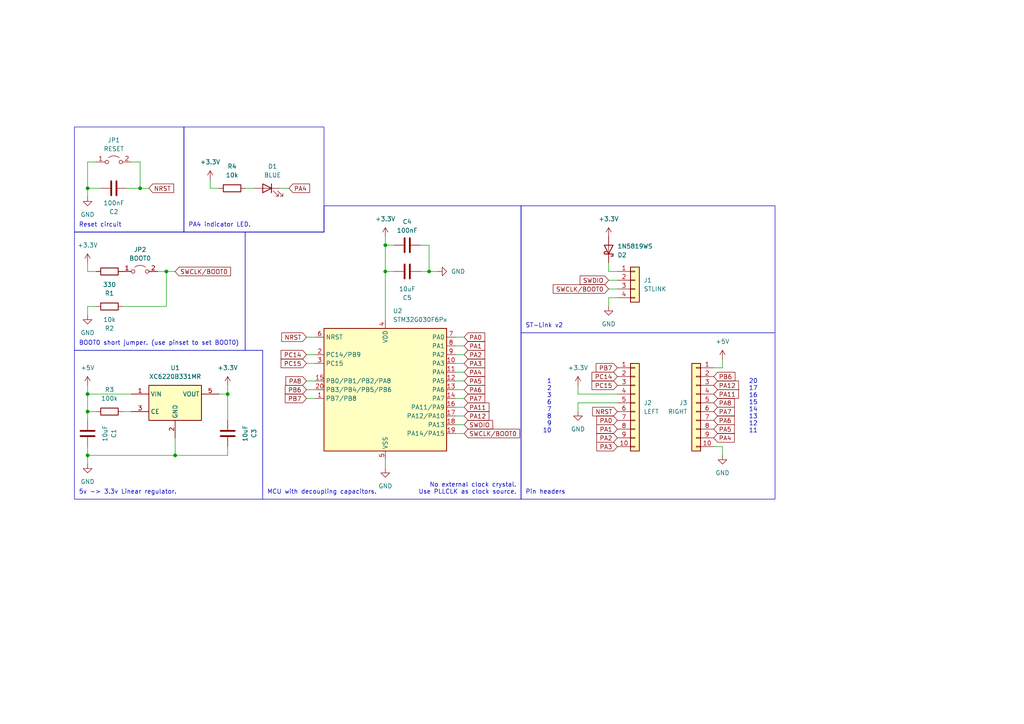
<source format=kicad_sch>
(kicad_sch (version 20230121) (generator eeschema)
  (paper "A4")
  (lib_symbols
    (symbol "Connector_Generic:Conn_01x04" (pin_names (offset 1.016) hide)
      (property "Reference" "J" (at 0 5.08 0))
      (property "Value" "Conn_01x04" (at 0 -7.62 0))
      (symbol "Conn_01x04_1_1"
        (rectangle (start -1.27 -4.953) (end 0 -5.207) (stroke (width 0.1524)))
        (rectangle (start -1.27 -2.413) (end 0 -2.667) (stroke (width 0.1524)))
        (rectangle (start -1.27 0.127) (end 0 -0.127) (stroke (width 0.1524)))
        (rectangle (start -1.27 2.667) (end 0 2.413) (stroke (width 0.1524)))
        (rectangle (start -1.27 3.81) (end 1.27 -6.35) (stroke (width 0.254)) (fill (type background)))
        (pin passive line (at -5.08 2.54 0) (length 3.81) (name "Pin_1") (number "1"))
        (pin passive line (at -5.08 0 0) (length 3.81) (name "Pin_2") (number "2"))
        (pin passive line (at -5.08 -2.54 0) (length 3.81) (name "Pin_3") (number "3"))
        (pin passive line (at -5.08 -5.08 0) (length 3.81) (name "Pin_4") (number "4"))
      )
    )
    (symbol "Connector_Generic:Conn_01x10" (pin_names (offset 1.016) hide)
      (property "Reference" "J" (at 0 12.7 0))
      (property "Value" "Conn_01x10" (at 0 -15.24 0))
      (symbol "Conn_01x10_1_1"
        (rectangle (start -1.27 -12.573) (end 0 -12.827) (stroke (width 0.1524)))
        (rectangle (start -1.27 -10.033) (end 0 -10.287) (stroke (width 0.1524)))
        (rectangle (start -1.27 -7.493) (end 0 -7.747) (stroke (width 0.1524)))
        (rectangle (start -1.27 -4.953) (end 0 -5.207) (stroke (width 0.1524)))
        (rectangle (start -1.27 -2.413) (end 0 -2.667) (stroke (width 0.1524)))
        (rectangle (start -1.27 0.127) (end 0 -0.127) (stroke (width 0.1524)))
        (rectangle (start -1.27 2.667) (end 0 2.413) (stroke (width 0.1524)))
        (rectangle (start -1.27 5.207) (end 0 4.953) (stroke (width 0.1524)))
        (rectangle (start -1.27 7.747) (end 0 7.493) (stroke (width 0.1524)))
        (rectangle (start -1.27 10.287) (end 0 10.033) (stroke (width 0.1524)))
        (rectangle (start -1.27 11.43) (end 1.27 -13.97) (stroke (width 0.254)) (fill (type background)))
        (pin passive line (at -5.08 10.16 0) (length 3.81) (name "Pin_1") (number "1"))
        (pin passive line (at -5.08 -12.7 0) (length 3.81) (name "Pin_10") (number "10"))
        (pin passive line (at -5.08 7.62 0) (length 3.81) (name "Pin_2") (number "2"))
        (pin passive line (at -5.08 5.08 0) (length 3.81) (name "Pin_3") (number "3"))
        (pin passive line (at -5.08 2.54 0) (length 3.81) (name "Pin_4") (number "4"))
        (pin passive line (at -5.08 0 0) (length 3.81) (name "Pin_5") (number "5"))
        (pin passive line (at -5.08 -2.54 0) (length 3.81) (name "Pin_6") (number "6"))
        (pin passive line (at -5.08 -5.08 0) (length 3.81) (name "Pin_7") (number "7"))
        (pin passive line (at -5.08 -7.62 0) (length 3.81) (name "Pin_8") (number "8"))
        (pin passive line (at -5.08 -10.16 0) (length 3.81) (name "Pin_9") (number "9"))
      )
    )
    (symbol "Device:C" (pin_numbers hide) (pin_names (offset 0.254))
      (property "Reference" "C" (at 0.635 2.54 0))
      (property "Value" "C" (at 0.635 -2.54 0))
      (symbol "C_0_1"
        (polyline (pts (xy -2.032 -0.762) (xy 2.032 -0.762)) (stroke (width 0.508)))
        (polyline (pts (xy -2.032 0.762) (xy 2.032 0.762)) (stroke (width 0.508)))
      )
      (symbol "C_1_1"
        (pin passive line (at 0 3.81 270) (length 2.794) (name "~") (number "1"))
        (pin passive line (at 0 -3.81 90) (length 2.794) (name "~") (number "2"))
      )
    )
    (symbol "Device:LED" (pin_numbers hide) (pin_names (offset 1.016) hide)
      (property "Reference" "D" (at 0 2.54 0))
      (property "Value" "LED" (at 0 -2.54 0))
      (symbol "LED_0_1"
        (polyline (pts (xy -1.27 -1.27) (xy -1.27 1.27)) (stroke (width 0.254)))
        (polyline (pts (xy -1.27 0) (xy 1.27 0)))
        (polyline (pts (xy 1.27 -1.27) (xy 1.27 1.27) (xy -1.27 0) (xy 1.27 -1.27)) (stroke (width 0.254)))
        (polyline (pts (xy -3.048 -0.762) (xy -4.572 -2.286) (xy -3.81 -2.286) (xy -4.572 -2.286) (xy -4.572 -1.524)))
        (polyline (pts (xy -1.778 -0.762) (xy -3.302 -2.286) (xy -2.54 -2.286) (xy -3.302 -2.286) (xy -3.302 -1.524)))
      )
      (symbol "LED_1_1"
        (pin passive line (at -3.81 0 0) (length 2.54) (name "K") (number "1"))
        (pin passive line (at 3.81 0 180) (length 2.54) (name "A") (number "2"))
      )
    )
    (symbol "Device:R" (pin_numbers hide) (pin_names (offset 0))
      (property "Reference" "R" (at 2.032 0 90))
      (property "Value" "R" (at 0 0 90))
      (symbol "R_0_1"
        (rectangle (start -1.016 -2.54) (end 1.016 2.54) (stroke (width 0.254)))
      )
      (symbol "R_1_1"
        (pin passive line (at 0 3.81 270) (length 1.27) (name "~") (number "1"))
        (pin passive line (at 0 -3.81 90) (length 1.27) (name "~") (number "2"))
      )
    )
    (symbol "Diode:1N5819WS" (pin_numbers hide) (pin_names (offset 1.016) hide)
      (property "Reference" "D" (at 0 2.54 0))
      (property "Value" "1N5819WS" (at 0 -2.54 0))
      (symbol "1N5819WS_0_1"
        (polyline (pts (xy 1.27 0) (xy -1.27 0)))
        (polyline (pts (xy 1.27 1.27) (xy 1.27 -1.27) (xy -1.27 0) (xy 1.27 1.27)) (stroke (width 0.254)))
        (polyline (pts (xy -1.905 0.635) (xy -1.905 1.27) (xy -1.27 1.27) (xy -1.27 -1.27) (xy -0.635 -1.27) (xy -0.635 -0.635)) (stroke (width 0.254)))
      )
      (symbol "1N5819WS_1_1"
        (pin passive line (at -3.81 0 0) (length 2.54) (name "K") (number "1"))
        (pin passive line (at 3.81 0 180) (length 2.54) (name "A") (number "2"))
      )
    )
    (symbol "Jumper:Jumper_2_Open" (pin_names (offset 0) hide)
      (property "Reference" "JP" (at 0 2.794 0))
      (property "Value" "Jumper_2_Open" (at 0 -2.286 0))
      (symbol "Jumper_2_Open_0_0"
        (circle (center -2.032 0) (radius 0.508))
        (circle (center 2.032 0) (radius 0.508))
      )
      (symbol "Jumper_2_Open_0_1"
        (arc (start 1.524 1.27) (mid 0 1.778) (end -1.524 1.27))
      )
      (symbol "Jumper_2_Open_1_1"
        (pin passive line (at -5.08 0 0) (length 2.54) (name "A") (number "1"))
        (pin passive line (at 5.08 0 180) (length 2.54) (name "B") (number "2"))
      )
    )
    (symbol "MCU_ST_STM32G0:STM32G030F6Px"
      (property "Reference" "U" (at -17.78 19.05 0))
      (property "Value" "STM32G030F6Px" (at 2.54 19.05 0))
      (symbol "STM32G030F6Px_0_1"
        (rectangle (start -17.78 -17.78) (end 17.78 17.78) (stroke (width 0.254)) (fill (type background)))
      )
      (symbol "STM32G030F6Px_1_1"
        (pin bidirectional line (at -20.32 -2.54 0) (length 2.54) (name "PB7/PB8") (number "1"))
        (pin bidirectional line (at 20.32 7.62 180) (length 2.54) (name "PA3") (number "10"))
        (pin bidirectional line (at 20.32 5.08 180) (length 2.54) (name "PA4") (number "11"))
        (pin bidirectional line (at 20.32 2.54 180) (length 2.54) (name "PA5") (number "12"))
        (pin bidirectional line (at 20.32 0 180) (length 2.54) (name "PA6") (number "13"))
        (pin bidirectional line (at 20.32 -2.54 180) (length 2.54) (name "PA7") (number "14"))
        (pin bidirectional line (at -20.32 2.54 0) (length 2.54) (name "PB0/PB1/PB2/PA8") (number "15"))
        (pin bidirectional line (at 20.32 -5.08 180) (length 2.54) (name "PA11/PA9") (number "16"))
        (pin bidirectional line (at 20.32 -7.62 180) (length 2.54) (name "PA12/PA10") (number "17"))
        (pin bidirectional line (at 20.32 -10.16 180) (length 2.54) (name "PA13") (number "18"))
        (pin bidirectional line (at 20.32 -12.7 180) (length 2.54) (name "PA14/PA15") (number "19"))
        (pin bidirectional line (at -20.32 10.16 0) (length 2.54) (name "PC14/PB9") (number "2"))
        (pin bidirectional line (at -20.32 0 0) (length 2.54) (name "PB3/PB4/PB5/PB6") (number "20"))
        (pin bidirectional line (at -20.32 7.62 0) (length 2.54) (name "PC15") (number "3"))
        (pin power_in line (at 0 20.32 270) (length 2.54) (name "VDD") (number "4"))
        (pin power_in line (at 0 -20.32 90) (length 2.54) (name "VSS") (number "5"))
        (pin input line (at -20.32 15.24 0) (length 2.54) (name "NRST") (number "6"))
        (pin bidirectional line (at 20.32 15.24 180) (length 2.54) (name "PA0") (number "7"))
        (pin bidirectional line (at 20.32 12.7 180) (length 2.54) (name "PA1") (number "8"))
        (pin bidirectional line (at 20.32 10.16 180) (length 2.54) (name "PA2") (number "9"))
      )
    )
    (symbol "Regulator_Linear:XC6220B331MR"
      (property "Reference" "U" (at 0 8.89 0))
      (property "Value" "XC6220B331MR" (at 0 6.35 0))
      (symbol "XC6220B331MR_0_1"
        (rectangle (start -7.62 5.08) (end 7.62 -5.08) (stroke (width 0.254)) (fill (type background)))
      )
      (symbol "XC6220B331MR_1_1"
        (pin power_in line (at -12.7 2.54 0) (length 5.08) (name "VIN") (number "1"))
        (pin power_in line (at 0 -10.16 90) (length 5.08) (name "GND") (number "2"))
        (pin input line (at -12.7 -2.54 0) (length 5.08) (name "CE") (number "3"))
        (pin no_connect line (at 7.62 -2.54 180) (length 5.08) hide (name "NC") (number "4"))
        (pin power_out line (at 12.7 2.54 180) (length 5.08) (name "VOUT") (number "5"))
      )
    )
    (symbol "power:+3.3V" (power) (pin_names (offset 0))
      (property "Value" "+3.3V" (at 0 3.556 0))
      (symbol "+3.3V_0_1"
        (polyline (pts (xy -0.762 1.27) (xy 0 2.54)))
        (polyline (pts (xy 0 0) (xy 0 2.54)))
        (polyline (pts (xy 0 2.54) (xy 0.762 1.27)))
      )
      (symbol "+3.3V_1_1"
        (pin power_in line (at 0 0 90) (length 0) hide (name "+3.3V") (number "1"))
      )
    )
    (symbol "power:+5V" (power) (pin_names (offset 0))
      (property "Value" "+5V" (at 0 3.556 0))
      (symbol "+5V_0_1"
        (polyline (pts (xy -0.762 1.27) (xy 0 2.54)))
        (polyline (pts (xy 0 0) (xy 0 2.54)))
        (polyline (pts (xy 0 2.54) (xy 0.762 1.27)))
      )
      (symbol "+5V_1_1"
        (pin power_in line (at 0 0 90) (length 0) hide (name "+5V") (number "1"))
      )
    )
    (symbol "power:GND" (power) (pin_names (offset 0))
      (property "Value" "GND" (at 0 -3.81 0))
      (symbol "GND_0_1"
        (polyline (pts (xy 0 0) (xy 0 -1.27) (xy 1.27 -1.27) (xy 0 -2.54) (xy -1.27 -1.27) (xy 0 -1.27)))
      )
      (symbol "GND_1_1"
        (pin power_in line (at 0 0 270) (length 0) hide (name "GND") (number "1"))
      )
    )
  )
  (junction (at 111.76 71.12))
  (junction (at 25.4 119.38))
  (junction (at 40.64 54.61))
  (junction (at 111.76 78.74))
  (junction (at 25.4 132.08))
  (junction (at 124.46 78.74))
  (junction (at 48.26 78.74))
  (junction (at 50.8 132.08))
  (junction (at 25.4 114.3))
  (junction (at 66.04 114.3))
  (junction (at 25.4 54.61))
  (wire (pts (xy 124.46 78.74) (xy 121.92 78.74)))
  (wire (pts (xy 209.55 129.54) (xy 207.01 129.54)))
  (wire (pts (xy 25.4 121.92) (xy 25.4 119.38)))
  (wire (pts (xy 48.26 78.74) (xy 45.72 78.74)))
  (wire (pts (xy 127 78.74) (xy 124.46 78.74)))
  (wire (pts (xy 134.62 118.11) (xy 132.08 118.11)))
  (wire (pts (xy 134.62 113.03) (xy 132.08 113.03)))
  (wire (pts (xy 209.55 106.68) (xy 207.01 106.68)))
  (wire (pts (xy 176.53 86.36) (xy 179.07 86.36)))
  (wire (pts (xy 167.64 116.84) (xy 179.07 116.84)))
  (wire (pts (xy 25.4 88.9) (xy 27.94 88.9)))
  (wire (pts (xy 40.64 46.99) (xy 38.1 46.99)))
  (wire (pts (xy 176.53 78.74) (xy 179.07 78.74)))
  (wire (pts (xy 25.4 54.61) (xy 25.4 57.15)))
  (wire (pts (xy 88.9 105.41) (xy 91.44 105.41)))
  (wire (pts (xy 167.64 114.3) (xy 179.07 114.3)))
  (wire (pts (xy 134.62 120.65) (xy 132.08 120.65)))
  (wire (pts (xy 36.83 54.61) (xy 40.64 54.61)))
  (wire (pts (xy 25.4 78.74) (xy 27.94 78.74)))
  (wire (pts (xy 25.4 132.08) (xy 25.4 129.54)))
  (wire (pts (xy 88.9 97.79) (xy 91.44 97.79)))
  (wire (pts (xy 66.04 132.08) (xy 50.8 132.08)))
  (wire (pts (xy 71.12 54.61) (xy 73.66 54.61)))
  (wire (pts (xy 124.46 71.12) (xy 124.46 78.74)))
  (wire (pts (xy 176.53 81.28) (xy 179.07 81.28)))
  (wire (pts (xy 48.26 78.74) (xy 50.8 78.74)))
  (wire (pts (xy 25.4 54.61) (xy 29.21 54.61)))
  (wire (pts (xy 134.62 105.41) (xy 132.08 105.41)))
  (wire (pts (xy 25.4 134.62) (xy 25.4 132.08)))
  (polyline (pts (xy 151.13 144.78) (xy 151.13 59.69)))
  (wire (pts (xy 134.62 115.57) (xy 132.08 115.57)))
  (polyline (pts (xy 151.13 59.69) (xy 93.98 59.69)))
  (wire (pts (xy 209.55 104.14) (xy 209.55 106.68)))
  (wire (pts (xy 134.62 97.79) (xy 132.08 97.79)))
  (wire (pts (xy 167.64 119.38) (xy 167.64 116.84)))
  (wire (pts (xy 25.4 46.99) (xy 27.94 46.99)))
  (polyline (pts (xy 76.2 144.78) (xy 151.13 144.78)))
  (wire (pts (xy 25.4 78.74) (xy 25.4 76.2)))
  (wire (pts (xy 25.4 91.44) (xy 25.4 88.9)))
  (polyline (pts (xy 76.2 101.6) (xy 76.2 143.51)))
  (wire (pts (xy 60.96 54.61) (xy 63.5 54.61)))
  (wire (pts (xy 66.04 114.3) (xy 63.5 114.3)))
  (wire (pts (xy 111.76 135.89) (xy 111.76 133.35)))
  (wire (pts (xy 124.46 71.12) (xy 121.92 71.12)))
  (wire (pts (xy 40.64 54.61) (xy 43.18 54.61)))
  (wire (pts (xy 176.53 83.82) (xy 179.07 83.82)))
  (wire (pts (xy 176.53 86.36) (xy 176.53 88.9)))
  (wire (pts (xy 66.04 111.76) (xy 66.04 114.3)))
  (wire (pts (xy 25.4 46.99) (xy 25.4 54.61)))
  (wire (pts (xy 35.56 88.9) (xy 48.26 88.9)))
  (wire (pts (xy 50.8 127) (xy 50.8 132.08)))
  (wire (pts (xy 167.64 111.76) (xy 167.64 114.3)))
  (wire (pts (xy 48.26 88.9) (xy 48.26 78.74)))
  (wire (pts (xy 111.76 78.74) (xy 114.3 78.74)))
  (wire (pts (xy 134.62 102.87) (xy 132.08 102.87)))
  (wire (pts (xy 66.04 114.3) (xy 66.04 121.92)))
  (wire (pts (xy 111.76 68.58) (xy 111.76 71.12)))
  (wire (pts (xy 88.9 102.87) (xy 91.44 102.87)))
  (wire (pts (xy 27.94 119.38) (xy 25.4 119.38)))
  (polyline (pts (xy 93.98 59.69) (xy 93.98 67.31)))
  (polyline (pts (xy 93.98 67.31) (xy 71.12 67.31)))
  (wire (pts (xy 134.62 110.49) (xy 132.08 110.49)))
  (wire (pts (xy 134.62 100.33) (xy 132.08 100.33)))
  (wire (pts (xy 50.8 132.08) (xy 25.4 132.08)))
  (wire (pts (xy 88.9 110.49) (xy 91.44 110.49)))
  (wire (pts (xy 88.9 115.57) (xy 91.44 115.57)))
  (wire (pts (xy 134.62 123.19) (xy 132.08 123.19)))
  (wire (pts (xy 111.76 71.12) (xy 111.76 78.74)))
  (wire (pts (xy 25.4 119.38) (xy 25.4 114.3)))
  (wire (pts (xy 111.76 78.74) (xy 111.76 92.71)))
  (wire (pts (xy 132.08 125.73) (xy 134.62 125.73)))
  (wire (pts (xy 25.4 111.76) (xy 25.4 114.3)))
  (wire (pts (xy 25.4 114.3) (xy 38.1 114.3)))
  (wire (pts (xy 40.64 46.99) (xy 40.64 54.61)))
  (wire (pts (xy 60.96 52.07) (xy 60.96 54.61)))
  (wire (pts (xy 209.55 132.08) (xy 209.55 129.54)))
  (wire (pts (xy 35.56 119.38) (xy 38.1 119.38)))
  (wire (pts (xy 176.53 76.2) (xy 176.53 78.74)))
  (polyline (pts (xy 71.12 101.6) (xy 76.2 101.6)))
  (wire (pts (xy 81.28 54.61) (xy 83.82 54.61)))
  (wire (pts (xy 66.04 129.54) (xy 66.04 132.08)))
  (polyline (pts (xy 71.12 67.31) (xy 71.12 101.6)))
  (wire (pts (xy 111.76 71.12) (xy 114.3 71.12)))
  (wire (pts (xy 88.9 113.03) (xy 91.44 113.03)))
  (wire (pts (xy 134.62 107.95) (xy 132.08 107.95)))
  (rectangle (start 151.13 59.69) (end 224.79 96.52))
  (rectangle (start 53.34 36.83) (end 93.98 67.31))
  (rectangle (start 21.59 36.83) (end 53.34 67.31))
  (rectangle (start 151.13 96.52) (end 224.79 144.78))
  (rectangle (start 21.59 101.6) (end 76.2 144.78))
  (rectangle (start 21.59 67.31) (end 71.12 101.6))
  (text "5v -> 3.3v Linear regulator." (at 22.86 143.51 0) (effects (font (size 1.27 1.27)) (justify left bottom)))
  (text "Reset circuit" (at 22.86 66.04 0) (effects (font (size 1.27 1.27)) (justify left bottom)))
  (text "No external clock crystal.\nUse PLLCLK as clock source." (at 149.86 143.51 0) (effects (font (size 1.27 1.27)) (justify right bottom)))
  (text "Pin headers" (at 152.4 143.51 0) (effects (font (size 1.27 1.27)) (justify left bottom)))
  (text "PA4 indicator LED." (at 54.61 66.04 0) (effects (font (size 1.27 1.27)) (justify left bottom)))
  (text "1\n2\n3\n6\n7\n8\n9\n10" (at 160.02 125.73 0) (effects (font (size 1.27 1.27)) (justify right bottom)))
  (text "MCU with decoupling capacitors." (at 77.47 143.51 0) (effects (font (size 1.27 1.27)) (justify left bottom)))
  (text "ST-Link v2" (at 152.4 95.25 0) (effects (font (size 1.27 1.27)) (justify left bottom)))
  (text "BOOT0 short jumper. (use pinset to set BOOT0)" (at 22.86 100.33 0) (effects (font (size 1.27 1.27)) (justify left bottom)))
  (text "20\n17\n16\n15\n14\n13\n12\n11" (at 217.17 125.73 0) (effects (font (size 1.27 1.27)) (justify left bottom)))
  (global_label "PA4" (shape input) (at 83.82 54.61 0) (property "Intersheetrefs" "${INTERSHEET_REFS}" (effects hide)))
  (global_label "SWCLK{slash}BOOT0" (shape input) (at 134.62 125.73 0) (property "Intersheetrefs" "${INTERSHEET_REFS}" (effects hide)))
  (global_label "PC15" (shape input) (at 179.07 111.76 180) (property "Intersheetrefs" "${INTERSHEET_REFS}" (effects hide)))
  (global_label "PA0" (shape input) (at 134.62 97.79 0) (property "Intersheetrefs" "${INTERSHEET_REFS}" (effects hide)))
  (global_label "PA4" (shape input) (at 134.62 107.95 0) (property "Intersheetrefs" "${INTERSHEET_REFS}" (effects hide)))
  (global_label "PA0" (shape input) (at 179.07 121.92 180) (property "Intersheetrefs" "${INTERSHEET_REFS}" (effects hide)))
  (global_label "PA2" (shape input) (at 179.07 127 180) (property "Intersheetrefs" "${INTERSHEET_REFS}" (effects hide)))
  (global_label "PA8" (shape input) (at 88.9 110.49 180) (property "Intersheetrefs" "${INTERSHEET_REFS}" (effects hide)))
  (global_label "PA12" (shape input) (at 134.62 120.65 0) (property "Intersheetrefs" "${INTERSHEET_REFS}" (effects hide)))
  (global_label "PA3" (shape input) (at 134.62 105.41 0) (property "Intersheetrefs" "${INTERSHEET_REFS}" (effects hide)))
  (global_label "PA7" (shape input) (at 134.62 115.57 0) (property "Intersheetrefs" "${INTERSHEET_REFS}" (effects hide)))
  (global_label "PA8" (shape input) (at 207.01 116.84 0) (property "Intersheetrefs" "${INTERSHEET_REFS}" (effects hide)))
  (global_label "PA1" (shape input) (at 134.62 100.33 0) (property "Intersheetrefs" "${INTERSHEET_REFS}" (effects hide)))
  (global_label "SWCLK{slash}BOOT0" (shape input) (at 176.53 83.82 180) (property "Intersheetrefs" "${INTERSHEET_REFS}" (effects hide)))
  (global_label "SWDIO" (shape input) (at 176.53 81.28 180) (property "Intersheetrefs" "${INTERSHEET_REFS}" (effects hide)))
  (global_label "PA6" (shape input) (at 207.01 121.92 0) (property "Intersheetrefs" "${INTERSHEET_REFS}" (effects hide)))
  (global_label "PA7" (shape input) (at 207.01 119.38 0) (property "Intersheetrefs" "${INTERSHEET_REFS}" (effects hide)))
  (global_label "PB7" (shape input) (at 88.9 115.57 180) (property "Intersheetrefs" "${INTERSHEET_REFS}" (effects hide)))
  (global_label "SWDIO" (shape input) (at 134.62 123.19 0) (property "Intersheetrefs" "${INTERSHEET_REFS}" (effects hide)))
  (global_label "PA2" (shape input) (at 134.62 102.87 0) (property "Intersheetrefs" "${INTERSHEET_REFS}" (effects hide)))
  (global_label "PB6" (shape input) (at 88.9 113.03 180) (property "Intersheetrefs" "${INTERSHEET_REFS}" (effects hide)))
  (global_label "PA5" (shape input) (at 207.01 124.46 0) (property "Intersheetrefs" "${INTERSHEET_REFS}" (effects hide)))
  (global_label "PC14" (shape input) (at 179.07 109.22 180) (property "Intersheetrefs" "${INTERSHEET_REFS}" (effects hide)))
  (global_label "PB6" (shape input) (at 207.01 109.22 0) (property "Intersheetrefs" "${INTERSHEET_REFS}" (effects hide)))
  (global_label "PA12" (shape input) (at 207.01 111.76 0) (property "Intersheetrefs" "${INTERSHEET_REFS}" (effects hide)))
  (global_label "PA3" (shape input) (at 179.07 129.54 180) (property "Intersheetrefs" "${INTERSHEET_REFS}" (effects hide)))
  (global_label "SWCLK{slash}BOOT0" (shape input) (at 50.8 78.74 0) (property "Intersheetrefs" "${INTERSHEET_REFS}" (effects hide)))
  (global_label "PA6" (shape input) (at 134.62 113.03 0) (property "Intersheetrefs" "${INTERSHEET_REFS}" (effects hide)))
  (global_label "PB7" (shape input) (at 179.07 106.68 180) (property "Intersheetrefs" "${INTERSHEET_REFS}" (effects hide)))
  (global_label "PC14" (shape input) (at 88.9 102.87 180) (property "Intersheetrefs" "${INTERSHEET_REFS}" (effects hide)))
  (global_label "NRST" (shape input) (at 88.9 97.79 180) (property "Intersheetrefs" "${INTERSHEET_REFS}" (effects hide)))
  (global_label "NRST" (shape input) (at 179.07 119.38 180) (property "Intersheetrefs" "${INTERSHEET_REFS}" (effects hide)))
  (global_label "PA1" (shape input) (at 179.07 124.46 180) (property "Intersheetrefs" "${INTERSHEET_REFS}" (effects hide)))
  (global_label "PA11" (shape input) (at 207.01 114.3 0) (property "Intersheetrefs" "${INTERSHEET_REFS}" (effects hide)))
  (global_label "NRST" (shape input) (at 43.18 54.61 0) (property "Intersheetrefs" "${INTERSHEET_REFS}" (effects hide)))
  (global_label "PA11" (shape input) (at 134.62 118.11 0) (property "Intersheetrefs" "${INTERSHEET_REFS}" (effects hide)))
  (global_label "PA4" (shape input) (at 207.01 127 0) (property "Intersheetrefs" "${INTERSHEET_REFS}" (effects hide)))
  (global_label "PC15" (shape input) (at 88.9 105.41 180) (property "Intersheetrefs" "${INTERSHEET_REFS}" (effects hide)))
  (global_label "PA5" (shape input) (at 134.62 110.49 0) (property "Intersheetrefs" "${INTERSHEET_REFS}" (effects hide)))
  (symbol (lib_id "power:+3.3V") (at 66.04 111.76 0) (unit 1)
    (property "Reference" "#PWR07" (effects hide))
    (property "Value" "+3.3V" (at 66.04 106.68 0))
  )
  (symbol (lib_id "Diode:1N5819WS") (at 176.53 72.39 270) (mirror x) (unit 1)
    (property "Reference" "D2" (at 179.07 73.9775 90) (effects (justify left)))
    (property "Value" "1N5819WS" (at 179.07 71.4375 90) (effects (justify left)))
    (property "Footprint" "Diode_SMD:D_SOD-323" (effects hide))
    (property "Datasheet" "https://datasheet.lcsc.com/lcsc/2204281430_Guangdong-Hottech-1N5819WS_C191023.pdf" (effects hide))
  )
  (symbol (lib_id "Device:LED") (at 77.47 54.61 0) (mirror y) (unit 1)
    (property "Reference" "D1" (at 79.0575 48.26 0))
    (property "Value" "BLUE" (at 79.0575 50.8 0))
    (property "Footprint" "LED_SMD:LED_0603_1608Metric" (effects hide))
  )
  (symbol (lib_id "power:GND") (at 25.4 91.44 0) (mirror y) (unit 1)
    (property "Reference" "#PWR03" (effects hide))
    (property "Value" "GND" (at 25.4 96.52 0))
  )
  (symbol (lib_id "Device:R") (at 31.75 88.9 270) (unit 1)
    (property "Reference" "R2" (at 31.75 95.25 90))
    (property "Value" "10k" (at 31.75 92.71 90))
    (property "Footprint" "Resistor_SMD:R_0603_1608Metric" (effects hide))
  )
  (symbol (lib_id "Device:C") (at 118.11 71.12 90) (unit 1)
    (property "Reference" "C4" (at 118.11 64.3013 90))
    (property "Value" "100nF" (at 118.11 66.8413 90))
    (property "Footprint" "Capacitor_SMD:C_0603_1608Metric" (effects hide))
  )
  (symbol (lib_id "Regulator_Linear:XC6220B331MR") (at 50.8 116.84 0) (unit 1)
    (property "Reference" "U1" (at 50.8 106.68 0))
    (property "Value" "XC6220B331MR" (at 50.8 109.22 0))
    (property "Footprint" "Package_TO_SOT_SMD:SOT-23-5" (effects hide))
    (property "Datasheet" "https://www.torexsemi.com/file/xc6220/XC6220.pdf" (effects hide))
  )
  (symbol (lib_id "Connector_Generic:Conn_01x10") (at 201.93 116.84 0) (mirror y) (unit 1)
    (property "Reference" "J3" (at 199.39 116.84 0) (effects (justify left)))
    (property "Value" "RIGHT" (at 199.39 119.38 0) (effects (justify left)))
    (property "Footprint" "Connector_PinHeader_2.54mm:PinHeader_1x10_P2.54mm_Vertical" (effects hide))
  )
  (symbol (lib_id "power:GND") (at 25.4 134.62 0) (mirror y) (unit 1)
    (property "Reference" "#PWR05" (effects hide))
    (property "Value" "GND" (at 25.4 139.7 0))
  )
  (symbol (lib_id "power:GND") (at 25.4 57.15 0) (unit 1)
    (property "Reference" "#PWR01" (effects hide))
    (property "Value" "GND" (at 25.4 62.23 0))
  )
  (symbol (lib_id "Device:R") (at 67.31 54.61 90) (unit 1)
    (property "Reference" "R4" (at 67.31 48.26 90))
    (property "Value" "10k" (at 67.31 50.8 90))
    (property "Footprint" "Resistor_SMD:R_0603_1608Metric" (effects hide))
  )
  (symbol (lib_id "Device:C") (at 25.4 125.73 0) (mirror x) (unit 1)
    (property "Reference" "C1" (at 33.0129 125.73 90))
    (property "Value" "10uF" (at 30.4729 125.73 90))
    (property "Footprint" "Capacitor_SMD:C_0603_1608Metric" (effects hide))
  )
  (symbol (lib_id "Device:C") (at 118.11 78.74 90) (mirror x) (unit 1)
    (property "Reference" "C5" (at 118.11 86.3529 90))
    (property "Value" "10uF" (at 118.11 83.8129 90))
    (property "Footprint" "Capacitor_SMD:C_0603_1608Metric" (effects hide))
  )
  (symbol (lib_id "power:+3.3V") (at 167.64 111.76 0) (mirror y) (unit 1)
    (property "Reference" "#PWR011" (effects hide))
    (property "Value" "+3.3V" (at 167.64 106.68 0))
  )
  (symbol (lib_id "MCU_ST_STM32G0:STM32G030F6Px") (at 111.76 113.03 0) (unit 1)
    (property "Reference" "U2" (at 113.9541 90.17 0) (effects (justify left)))
    (property "Value" "STM32G030F6Px" (at 113.9541 92.71 0) (effects (justify left)))
    (property "Footprint" "Package_SO:TSSOP-20_4.4x6.5mm_P0.65mm" (effects hide))
    (property "Datasheet" "https://www.st.com/resource/en/datasheet/stm32g030f6.pdf" (effects hide))
  )
  (symbol (lib_id "Connector_Generic:Conn_01x04") (at 184.15 81.28 0) (unit 1)
    (property "Reference" "J1" (at 186.69 81.28 0) (effects (justify left)))
    (property "Value" "STLINK" (at 186.69 83.82 0) (effects (justify left)))
    (property "Footprint" "Connector_PinHeader_2.54mm:PinHeader_1x04_P2.54mm_Horizontal" (effects hide))
  )
  (symbol (lib_id "power:+5V") (at 25.4 111.76 0) (unit 1)
    (property "Reference" "#PWR04" (effects hide))
    (property "Value" "+5V" (at 25.4 106.68 0))
  )
  (symbol (lib_id "Jumper:Jumper_2_Open") (at 40.64 78.74 0) (unit 1)
    (property "Reference" "JP2" (at 40.64 72.39 0))
    (property "Value" "BOOT0" (at 40.64 74.93 0))
    (property "Footprint" "Jumper:SolderJumper-2_P1.3mm_Open_RoundedPad1.0x1.5mm" (effects hide))
  )
  (symbol (lib_id "power:GND") (at 167.64 119.38 0) (unit 1)
    (property "Reference" "#PWR012" (effects hide))
    (property "Value" "GND" (at 167.64 124.46 0))
  )
  (symbol (lib_id "power:+3.3V") (at 176.53 68.58 0) (unit 1)
    (property "Reference" "#PWR013" (effects hide))
    (property "Value" "+3.3V" (at 176.53 63.5 0))
  )
  (symbol (lib_id "Device:R") (at 31.75 78.74 90) (unit 1)
    (property "Reference" "R1" (at 31.75 85.09 90))
    (property "Value" "330" (at 31.75 82.55 90))
    (property "Footprint" "Resistor_SMD:R_0603_1608Metric" (effects hide))
  )
  (symbol (lib_id "power:GND") (at 209.55 132.08 0) (mirror y) (unit 1)
    (property "Reference" "#PWR016" (effects hide))
    (property "Value" "GND" (at 209.55 137.16 0))
  )
  (symbol (lib_id "power:+3.3V") (at 111.76 68.58 0) (unit 1)
    (property "Reference" "#PWR08" (effects hide))
    (property "Value" "+3.3V" (at 111.76 63.5 0))
  )
  (symbol (lib_id "power:GND") (at 176.53 88.9 0) (unit 1)
    (property "Reference" "#PWR014" (effects hide))
    (property "Value" "GND" (at 176.53 93.98 0))
  )
  (symbol (lib_id "Connector_Generic:Conn_01x10") (at 184.15 116.84 0) (unit 1)
    (property "Reference" "J2" (at 186.69 116.84 0) (effects (justify left)))
    (property "Value" "LEFT" (at 186.69 119.38 0) (effects (justify left)))
    (property "Footprint" "Connector_PinHeader_2.54mm:PinHeader_1x10_P2.54mm_Vertical" (effects hide))
  )
  (symbol (lib_id "power:+3.3V") (at 25.4 76.2 0) (mirror y) (unit 1)
    (property "Reference" "#PWR02" (effects hide))
    (property "Value" "+3.3V" (at 25.4 71.12 0))
  )
  (symbol (lib_id "power:GND") (at 111.76 135.89 0) (unit 1)
    (property "Reference" "#PWR09" (effects hide))
    (property "Value" "GND" (at 111.76 140.97 0))
  )
  (symbol (lib_id "Device:C") (at 66.04 125.73 0) (mirror x) (unit 1)
    (property "Reference" "C3" (at 73.6529 125.73 90))
    (property "Value" "10uF" (at 71.1129 125.73 90))
    (property "Footprint" "Capacitor_SMD:C_0603_1608Metric" (effects hide))
  )
  (symbol (lib_id "power:+3.3V") (at 60.96 52.07 0) (unit 1)
    (property "Reference" "#PWR06" (effects hide))
    (property "Value" "+3.3V" (at 60.96 46.99 0))
  )
  (symbol (lib_id "Device:R") (at 31.75 119.38 270) (mirror x) (unit 1)
    (property "Reference" "R3" (at 31.75 113.03 90))
    (property "Value" "100k" (at 31.75 115.57 90))
    (property "Footprint" "Resistor_SMD:R_0603_1608Metric" (effects hide))
  )
  (symbol (lib_id "Jumper:Jumper_2_Open") (at 33.02 46.99 0) (unit 1)
    (property "Reference" "JP1" (at 33.02 40.64 0))
    (property "Value" "RESET" (at 33.02 43.18 0))
    (property "Footprint" "Jumper:SolderJumper-2_P1.3mm_Open_RoundedPad1.0x1.5mm" (effects hide))
  )
  (symbol (lib_id "power:+5V") (at 209.55 104.14 0) (mirror y) (unit 1)
    (property "Reference" "#PWR015" (effects hide))
    (property "Value" "+5V" (at 209.55 99.06 0))
  )
  (symbol (lib_id "power:GND") (at 127 78.74 90) (unit 1)
    (property "Reference" "#PWR010" (effects hide))
    (property "Value" "GND" (at 130.81 78.74 90) (effects (justify right)))
  )
  (symbol (lib_id "Device:C") (at 33.02 54.61 90) (mirror x) (unit 1)
    (property "Reference" "C2" (at 33.02 61.4287 90))
    (property "Value" "100nF" (at 33.02 58.8887 90))
    (property "Footprint" "Capacitor_SMD:C_0603_1608Metric" (effects hide))
  )
)
</source>
